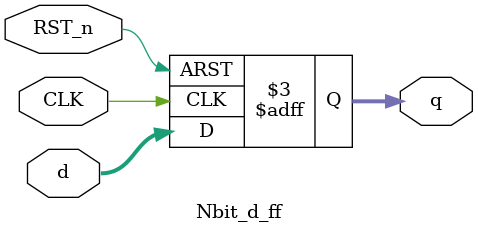
<source format=v>
module Nbit_d_ff #(
	parameter WIDTH = 7
) (
	input CLK, RST_n,
	input [WIDTH-1:0] d,
	output reg [WIDTH-1:0] q
);

	always @(posedge CLK or negedge RST_n) begin
		if(!RST_n)
			q <= 0;
		else
			q <= d;
	end


endmodule
</source>
